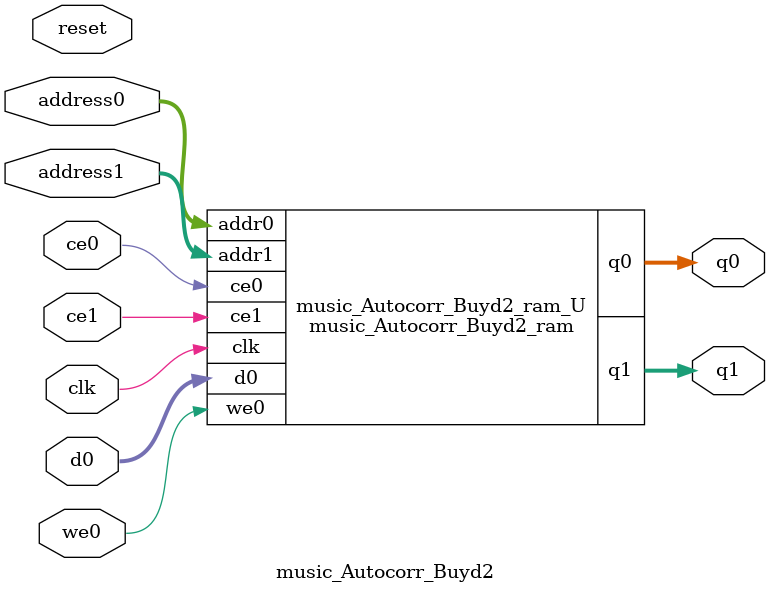
<source format=v>
`timescale 1 ns / 1 ps
module music_Autocorr_Buyd2_ram (addr0, ce0, d0, we0, q0, addr1, ce1, q1,  clk);

parameter DWIDTH = 32;
parameter AWIDTH = 6;
parameter MEM_SIZE = 40;

input[AWIDTH-1:0] addr0;
input ce0;
input[DWIDTH-1:0] d0;
input we0;
output reg[DWIDTH-1:0] q0;
input[AWIDTH-1:0] addr1;
input ce1;
output reg[DWIDTH-1:0] q1;
input clk;

(* ram_style = "block" *)reg [DWIDTH-1:0] ram[0:MEM_SIZE-1];




always @(posedge clk)  
begin 
    if (ce0) 
    begin
        if (we0) 
        begin 
            ram[addr0] <= d0; 
        end 
        q0 <= ram[addr0];
    end
end


always @(posedge clk)  
begin 
    if (ce1) 
    begin
        q1 <= ram[addr1];
    end
end


endmodule

`timescale 1 ns / 1 ps
module music_Autocorr_Buyd2(
    reset,
    clk,
    address0,
    ce0,
    we0,
    d0,
    q0,
    address1,
    ce1,
    q1);

parameter DataWidth = 32'd32;
parameter AddressRange = 32'd40;
parameter AddressWidth = 32'd6;
input reset;
input clk;
input[AddressWidth - 1:0] address0;
input ce0;
input we0;
input[DataWidth - 1:0] d0;
output[DataWidth - 1:0] q0;
input[AddressWidth - 1:0] address1;
input ce1;
output[DataWidth - 1:0] q1;



music_Autocorr_Buyd2_ram music_Autocorr_Buyd2_ram_U(
    .clk( clk ),
    .addr0( address0 ),
    .ce0( ce0 ),
    .we0( we0 ),
    .d0( d0 ),
    .q0( q0 ),
    .addr1( address1 ),
    .ce1( ce1 ),
    .q1( q1 ));

endmodule


</source>
